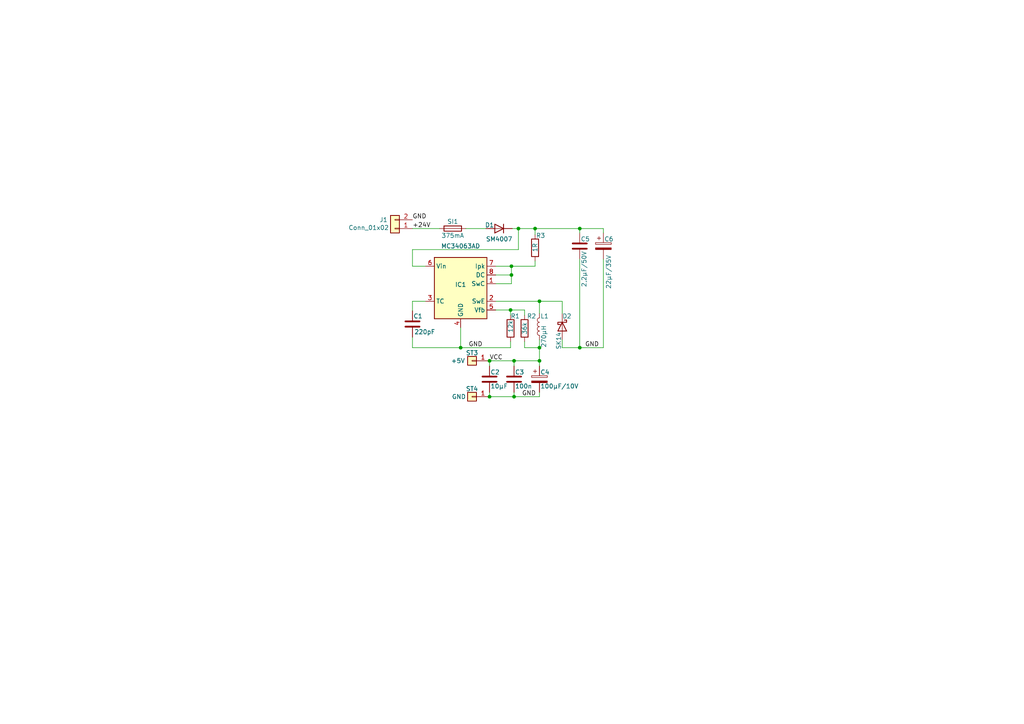
<source format=kicad_sch>
(kicad_sch (version 20211123) (generator eeschema)

  (uuid 9cf22176-de84-46f7-958e-77da447cb768)

  (paper "A4")

  (lib_symbols
    (symbol "Connector_Generic:Conn_01x01" (pin_names (offset 1.016) hide) (in_bom yes) (on_board yes)
      (property "Reference" "J" (id 0) (at 0 2.54 0)
        (effects (font (size 1.27 1.27)))
      )
      (property "Value" "Conn_01x01" (id 1) (at 0 -2.54 0)
        (effects (font (size 1.27 1.27)))
      )
      (property "Footprint" "" (id 2) (at 0 0 0)
        (effects (font (size 1.27 1.27)) hide)
      )
      (property "Datasheet" "~" (id 3) (at 0 0 0)
        (effects (font (size 1.27 1.27)) hide)
      )
      (property "ki_keywords" "connector" (id 4) (at 0 0 0)
        (effects (font (size 1.27 1.27)) hide)
      )
      (property "ki_description" "Generic connector, single row, 01x01, script generated (kicad-library-utils/schlib/autogen/connector/)" (id 5) (at 0 0 0)
        (effects (font (size 1.27 1.27)) hide)
      )
      (property "ki_fp_filters" "Connector*:*_1x??_*" (id 6) (at 0 0 0)
        (effects (font (size 1.27 1.27)) hide)
      )
      (symbol "Conn_01x01_1_1"
        (rectangle (start -1.27 0.127) (end 0 -0.127)
          (stroke (width 0.1524) (type default) (color 0 0 0 0))
          (fill (type none))
        )
        (rectangle (start -1.27 1.27) (end 1.27 -1.27)
          (stroke (width 0.254) (type default) (color 0 0 0 0))
          (fill (type background))
        )
        (pin passive line (at -5.08 0 0) (length 3.81)
          (name "Pin_1" (effects (font (size 1.27 1.27))))
          (number "1" (effects (font (size 1.27 1.27))))
        )
      )
    )
    (symbol "Connector_Generic:Conn_01x02" (pin_names (offset 1.016) hide) (in_bom yes) (on_board yes)
      (property "Reference" "J" (id 0) (at 0 2.54 0)
        (effects (font (size 1.27 1.27)))
      )
      (property "Value" "Conn_01x02" (id 1) (at 0 -5.08 0)
        (effects (font (size 1.27 1.27)))
      )
      (property "Footprint" "" (id 2) (at 0 0 0)
        (effects (font (size 1.27 1.27)) hide)
      )
      (property "Datasheet" "~" (id 3) (at 0 0 0)
        (effects (font (size 1.27 1.27)) hide)
      )
      (property "ki_keywords" "connector" (id 4) (at 0 0 0)
        (effects (font (size 1.27 1.27)) hide)
      )
      (property "ki_description" "Generic connector, single row, 01x02, script generated (kicad-library-utils/schlib/autogen/connector/)" (id 5) (at 0 0 0)
        (effects (font (size 1.27 1.27)) hide)
      )
      (property "ki_fp_filters" "Connector*:*_1x??_*" (id 6) (at 0 0 0)
        (effects (font (size 1.27 1.27)) hide)
      )
      (symbol "Conn_01x02_1_1"
        (rectangle (start -1.27 -2.413) (end 0 -2.667)
          (stroke (width 0.1524) (type default) (color 0 0 0 0))
          (fill (type none))
        )
        (rectangle (start -1.27 0.127) (end 0 -0.127)
          (stroke (width 0.1524) (type default) (color 0 0 0 0))
          (fill (type none))
        )
        (rectangle (start -1.27 1.27) (end 1.27 -3.81)
          (stroke (width 0.254) (type default) (color 0 0 0 0))
          (fill (type background))
        )
        (pin passive line (at -5.08 0 0) (length 3.81)
          (name "Pin_1" (effects (font (size 1.27 1.27))))
          (number "1" (effects (font (size 1.27 1.27))))
        )
        (pin passive line (at -5.08 -2.54 0) (length 3.81)
          (name "Pin_2" (effects (font (size 1.27 1.27))))
          (number "2" (effects (font (size 1.27 1.27))))
        )
      )
    )
    (symbol "Device:C" (pin_numbers hide) (pin_names (offset 0.254)) (in_bom yes) (on_board yes)
      (property "Reference" "C" (id 0) (at 0.635 2.54 0)
        (effects (font (size 1.27 1.27)) (justify left))
      )
      (property "Value" "C" (id 1) (at 0.635 -2.54 0)
        (effects (font (size 1.27 1.27)) (justify left))
      )
      (property "Footprint" "" (id 2) (at 0.9652 -3.81 0)
        (effects (font (size 1.27 1.27)) hide)
      )
      (property "Datasheet" "~" (id 3) (at 0 0 0)
        (effects (font (size 1.27 1.27)) hide)
      )
      (property "ki_keywords" "cap capacitor" (id 4) (at 0 0 0)
        (effects (font (size 1.27 1.27)) hide)
      )
      (property "ki_description" "Unpolarized capacitor" (id 5) (at 0 0 0)
        (effects (font (size 1.27 1.27)) hide)
      )
      (property "ki_fp_filters" "C_*" (id 6) (at 0 0 0)
        (effects (font (size 1.27 1.27)) hide)
      )
      (symbol "C_0_1"
        (polyline
          (pts
            (xy -2.032 -0.762)
            (xy 2.032 -0.762)
          )
          (stroke (width 0.508) (type default) (color 0 0 0 0))
          (fill (type none))
        )
        (polyline
          (pts
            (xy -2.032 0.762)
            (xy 2.032 0.762)
          )
          (stroke (width 0.508) (type default) (color 0 0 0 0))
          (fill (type none))
        )
      )
      (symbol "C_1_1"
        (pin passive line (at 0 3.81 270) (length 2.794)
          (name "~" (effects (font (size 1.27 1.27))))
          (number "1" (effects (font (size 1.27 1.27))))
        )
        (pin passive line (at 0 -3.81 90) (length 2.794)
          (name "~" (effects (font (size 1.27 1.27))))
          (number "2" (effects (font (size 1.27 1.27))))
        )
      )
    )
    (symbol "Device:C_Polarized" (pin_numbers hide) (pin_names (offset 0.254)) (in_bom yes) (on_board yes)
      (property "Reference" "C" (id 0) (at 0.635 2.54 0)
        (effects (font (size 1.27 1.27)) (justify left))
      )
      (property "Value" "C_Polarized" (id 1) (at 0.635 -2.54 0)
        (effects (font (size 1.27 1.27)) (justify left))
      )
      (property "Footprint" "" (id 2) (at 0.9652 -3.81 0)
        (effects (font (size 1.27 1.27)) hide)
      )
      (property "Datasheet" "~" (id 3) (at 0 0 0)
        (effects (font (size 1.27 1.27)) hide)
      )
      (property "ki_keywords" "cap capacitor" (id 4) (at 0 0 0)
        (effects (font (size 1.27 1.27)) hide)
      )
      (property "ki_description" "Polarized capacitor" (id 5) (at 0 0 0)
        (effects (font (size 1.27 1.27)) hide)
      )
      (property "ki_fp_filters" "CP_*" (id 6) (at 0 0 0)
        (effects (font (size 1.27 1.27)) hide)
      )
      (symbol "C_Polarized_0_1"
        (rectangle (start -2.286 0.508) (end 2.286 1.016)
          (stroke (width 0) (type default) (color 0 0 0 0))
          (fill (type none))
        )
        (polyline
          (pts
            (xy -1.778 2.286)
            (xy -0.762 2.286)
          )
          (stroke (width 0) (type default) (color 0 0 0 0))
          (fill (type none))
        )
        (polyline
          (pts
            (xy -1.27 2.794)
            (xy -1.27 1.778)
          )
          (stroke (width 0) (type default) (color 0 0 0 0))
          (fill (type none))
        )
        (rectangle (start 2.286 -0.508) (end -2.286 -1.016)
          (stroke (width 0) (type default) (color 0 0 0 0))
          (fill (type outline))
        )
      )
      (symbol "C_Polarized_1_1"
        (pin passive line (at 0 3.81 270) (length 2.794)
          (name "~" (effects (font (size 1.27 1.27))))
          (number "1" (effects (font (size 1.27 1.27))))
        )
        (pin passive line (at 0 -3.81 90) (length 2.794)
          (name "~" (effects (font (size 1.27 1.27))))
          (number "2" (effects (font (size 1.27 1.27))))
        )
      )
    )
    (symbol "Device:Fuse" (pin_numbers hide) (pin_names (offset 0)) (in_bom yes) (on_board yes)
      (property "Reference" "F" (id 0) (at 2.032 0 90)
        (effects (font (size 1.27 1.27)))
      )
      (property "Value" "Fuse" (id 1) (at -1.905 0 90)
        (effects (font (size 1.27 1.27)))
      )
      (property "Footprint" "" (id 2) (at -1.778 0 90)
        (effects (font (size 1.27 1.27)) hide)
      )
      (property "Datasheet" "~" (id 3) (at 0 0 0)
        (effects (font (size 1.27 1.27)) hide)
      )
      (property "ki_keywords" "fuse" (id 4) (at 0 0 0)
        (effects (font (size 1.27 1.27)) hide)
      )
      (property "ki_description" "Fuse" (id 5) (at 0 0 0)
        (effects (font (size 1.27 1.27)) hide)
      )
      (property "ki_fp_filters" "*Fuse*" (id 6) (at 0 0 0)
        (effects (font (size 1.27 1.27)) hide)
      )
      (symbol "Fuse_0_1"
        (rectangle (start -0.762 -2.54) (end 0.762 2.54)
          (stroke (width 0.254) (type default) (color 0 0 0 0))
          (fill (type none))
        )
        (polyline
          (pts
            (xy 0 2.54)
            (xy 0 -2.54)
          )
          (stroke (width 0) (type default) (color 0 0 0 0))
          (fill (type none))
        )
      )
      (symbol "Fuse_1_1"
        (pin passive line (at 0 3.81 270) (length 1.27)
          (name "~" (effects (font (size 1.27 1.27))))
          (number "1" (effects (font (size 1.27 1.27))))
        )
        (pin passive line (at 0 -3.81 90) (length 1.27)
          (name "~" (effects (font (size 1.27 1.27))))
          (number "2" (effects (font (size 1.27 1.27))))
        )
      )
    )
    (symbol "Device:L" (pin_numbers hide) (pin_names (offset 1.016) hide) (in_bom yes) (on_board yes)
      (property "Reference" "L" (id 0) (at -1.27 0 90)
        (effects (font (size 1.27 1.27)))
      )
      (property "Value" "L" (id 1) (at 1.905 0 90)
        (effects (font (size 1.27 1.27)))
      )
      (property "Footprint" "" (id 2) (at 0 0 0)
        (effects (font (size 1.27 1.27)) hide)
      )
      (property "Datasheet" "~" (id 3) (at 0 0 0)
        (effects (font (size 1.27 1.27)) hide)
      )
      (property "ki_keywords" "inductor choke coil reactor magnetic" (id 4) (at 0 0 0)
        (effects (font (size 1.27 1.27)) hide)
      )
      (property "ki_description" "Inductor" (id 5) (at 0 0 0)
        (effects (font (size 1.27 1.27)) hide)
      )
      (property "ki_fp_filters" "Choke_* *Coil* Inductor_* L_*" (id 6) (at 0 0 0)
        (effects (font (size 1.27 1.27)) hide)
      )
      (symbol "L_0_1"
        (arc (start 0 -2.54) (mid 0.635 -1.905) (end 0 -1.27)
          (stroke (width 0) (type default) (color 0 0 0 0))
          (fill (type none))
        )
        (arc (start 0 -1.27) (mid 0.635 -0.635) (end 0 0)
          (stroke (width 0) (type default) (color 0 0 0 0))
          (fill (type none))
        )
        (arc (start 0 0) (mid 0.635 0.635) (end 0 1.27)
          (stroke (width 0) (type default) (color 0 0 0 0))
          (fill (type none))
        )
        (arc (start 0 1.27) (mid 0.635 1.905) (end 0 2.54)
          (stroke (width 0) (type default) (color 0 0 0 0))
          (fill (type none))
        )
      )
      (symbol "L_1_1"
        (pin passive line (at 0 3.81 270) (length 1.27)
          (name "1" (effects (font (size 1.27 1.27))))
          (number "1" (effects (font (size 1.27 1.27))))
        )
        (pin passive line (at 0 -3.81 90) (length 1.27)
          (name "2" (effects (font (size 1.27 1.27))))
          (number "2" (effects (font (size 1.27 1.27))))
        )
      )
    )
    (symbol "Device:R" (pin_numbers hide) (pin_names (offset 0)) (in_bom yes) (on_board yes)
      (property "Reference" "R" (id 0) (at 2.032 0 90)
        (effects (font (size 1.27 1.27)))
      )
      (property "Value" "R" (id 1) (at 0 0 90)
        (effects (font (size 1.27 1.27)))
      )
      (property "Footprint" "" (id 2) (at -1.778 0 90)
        (effects (font (size 1.27 1.27)) hide)
      )
      (property "Datasheet" "~" (id 3) (at 0 0 0)
        (effects (font (size 1.27 1.27)) hide)
      )
      (property "ki_keywords" "R res resistor" (id 4) (at 0 0 0)
        (effects (font (size 1.27 1.27)) hide)
      )
      (property "ki_description" "Resistor" (id 5) (at 0 0 0)
        (effects (font (size 1.27 1.27)) hide)
      )
      (property "ki_fp_filters" "R_*" (id 6) (at 0 0 0)
        (effects (font (size 1.27 1.27)) hide)
      )
      (symbol "R_0_1"
        (rectangle (start -1.016 -2.54) (end 1.016 2.54)
          (stroke (width 0.254) (type default) (color 0 0 0 0))
          (fill (type none))
        )
      )
      (symbol "R_1_1"
        (pin passive line (at 0 3.81 270) (length 1.27)
          (name "~" (effects (font (size 1.27 1.27))))
          (number "1" (effects (font (size 1.27 1.27))))
        )
        (pin passive line (at 0 -3.81 90) (length 1.27)
          (name "~" (effects (font (size 1.27 1.27))))
          (number "2" (effects (font (size 1.27 1.27))))
        )
      )
    )
    (symbol "Diode:SB140" (pin_numbers hide) (pin_names (offset 1.016) hide) (in_bom yes) (on_board yes)
      (property "Reference" "D" (id 0) (at 0 2.54 0)
        (effects (font (size 1.27 1.27)))
      )
      (property "Value" "SB140" (id 1) (at 0 -2.54 0)
        (effects (font (size 1.27 1.27)))
      )
      (property "Footprint" "Diode_THT:D_DO-41_SOD81_P10.16mm_Horizontal" (id 2) (at 0 -4.445 0)
        (effects (font (size 1.27 1.27)) hide)
      )
      (property "Datasheet" "http://www.diodes.com/_files/datasheets/ds23022.pdf" (id 3) (at 0 0 0)
        (effects (font (size 1.27 1.27)) hide)
      )
      (property "ki_keywords" "diode Schottky" (id 4) (at 0 0 0)
        (effects (font (size 1.27 1.27)) hide)
      )
      (property "ki_description" "40V 1A Schottky Barrier Rectifier Diode, DO-41" (id 5) (at 0 0 0)
        (effects (font (size 1.27 1.27)) hide)
      )
      (property "ki_fp_filters" "D*DO?41*" (id 6) (at 0 0 0)
        (effects (font (size 1.27 1.27)) hide)
      )
      (symbol "SB140_0_1"
        (polyline
          (pts
            (xy 1.27 0)
            (xy -1.27 0)
          )
          (stroke (width 0) (type default) (color 0 0 0 0))
          (fill (type none))
        )
        (polyline
          (pts
            (xy 1.27 1.27)
            (xy 1.27 -1.27)
            (xy -1.27 0)
            (xy 1.27 1.27)
          )
          (stroke (width 0.254) (type default) (color 0 0 0 0))
          (fill (type none))
        )
        (polyline
          (pts
            (xy -1.905 0.635)
            (xy -1.905 1.27)
            (xy -1.27 1.27)
            (xy -1.27 -1.27)
            (xy -0.635 -1.27)
            (xy -0.635 -0.635)
          )
          (stroke (width 0.254) (type default) (color 0 0 0 0))
          (fill (type none))
        )
      )
      (symbol "SB140_1_1"
        (pin passive line (at -3.81 0 0) (length 2.54)
          (name "K" (effects (font (size 1.27 1.27))))
          (number "1" (effects (font (size 1.27 1.27))))
        )
        (pin passive line (at 3.81 0 180) (length 2.54)
          (name "A" (effects (font (size 1.27 1.27))))
          (number "2" (effects (font (size 1.27 1.27))))
        )
      )
    )
    (symbol "Diode:SM4007" (pin_numbers hide) (pin_names (offset 1.016) hide) (in_bom yes) (on_board yes)
      (property "Reference" "D" (id 0) (at 0 2.54 0)
        (effects (font (size 1.27 1.27)))
      )
      (property "Value" "SM4007" (id 1) (at 0 -2.54 0)
        (effects (font (size 1.27 1.27)))
      )
      (property "Footprint" "Diode_SMD:D_MELF" (id 2) (at 0 -4.445 0)
        (effects (font (size 1.27 1.27)) hide)
      )
      (property "Datasheet" "http://cdn-reichelt.de/documents/datenblatt/A400/SMD1N400%23DIO.pdf" (id 3) (at 0 0 0)
        (effects (font (size 1.27 1.27)) hide)
      )
      (property "ki_keywords" "diode" (id 4) (at 0 0 0)
        (effects (font (size 1.27 1.27)) hide)
      )
      (property "ki_description" "1000V 1A General Purpose Rectifier Diode, MELF" (id 5) (at 0 0 0)
        (effects (font (size 1.27 1.27)) hide)
      )
      (property "ki_fp_filters" "D*MELF*" (id 6) (at 0 0 0)
        (effects (font (size 1.27 1.27)) hide)
      )
      (symbol "SM4007_0_1"
        (polyline
          (pts
            (xy -1.27 1.27)
            (xy -1.27 -1.27)
          )
          (stroke (width 0.254) (type default) (color 0 0 0 0))
          (fill (type none))
        )
        (polyline
          (pts
            (xy 1.27 0)
            (xy -1.27 0)
          )
          (stroke (width 0) (type default) (color 0 0 0 0))
          (fill (type none))
        )
        (polyline
          (pts
            (xy 1.27 1.27)
            (xy 1.27 -1.27)
            (xy -1.27 0)
            (xy 1.27 1.27)
          )
          (stroke (width 0.254) (type default) (color 0 0 0 0))
          (fill (type none))
        )
      )
      (symbol "SM4007_1_1"
        (pin passive line (at -3.81 0 0) (length 2.54)
          (name "K" (effects (font (size 1.27 1.27))))
          (number "1" (effects (font (size 1.27 1.27))))
        )
        (pin passive line (at 3.81 0 180) (length 2.54)
          (name "A" (effects (font (size 1.27 1.27))))
          (number "2" (effects (font (size 1.27 1.27))))
        )
      )
    )
    (symbol "Regulator_Switching:MC34063AD" (in_bom yes) (on_board yes)
      (property "Reference" "U" (id 0) (at -7.62 8.89 0)
        (effects (font (size 1.27 1.27)) (justify left))
      )
      (property "Value" "MC34063AD" (id 1) (at 0 8.89 0)
        (effects (font (size 1.27 1.27)) (justify left))
      )
      (property "Footprint" "Package_SO:SOIC-8_3.9x4.9mm_P1.27mm" (id 2) (at 1.27 -11.43 0)
        (effects (font (size 1.27 1.27)) (justify left) hide)
      )
      (property "Datasheet" "http://www.onsemi.com/pub_link/Collateral/MC34063A-D.PDF" (id 3) (at 12.7 -2.54 0)
        (effects (font (size 1.27 1.27)) hide)
      )
      (property "ki_keywords" "smps buck boost inverting" (id 4) (at 0 0 0)
        (effects (font (size 1.27 1.27)) hide)
      )
      (property "ki_description" "1.5A, step-up/down/inverting switching regulator, 3-40V Vin, 100kHz, SO-8" (id 5) (at 0 0 0)
        (effects (font (size 1.27 1.27)) hide)
      )
      (property "ki_fp_filters" "SOIC*3.9x4.9mm*P1.27mm*" (id 6) (at 0 0 0)
        (effects (font (size 1.27 1.27)) hide)
      )
      (symbol "MC34063AD_0_1"
        (rectangle (start -7.62 7.62) (end 7.62 -10.16)
          (stroke (width 0.254) (type default) (color 0 0 0 0))
          (fill (type background))
        )
      )
      (symbol "MC34063AD_1_1"
        (pin open_collector line (at 10.16 0 180) (length 2.54)
          (name "SwC" (effects (font (size 1.27 1.27))))
          (number "1" (effects (font (size 1.27 1.27))))
        )
        (pin open_emitter line (at 10.16 -5.08 180) (length 2.54)
          (name "SwE" (effects (font (size 1.27 1.27))))
          (number "2" (effects (font (size 1.27 1.27))))
        )
        (pin passive line (at -10.16 -5.08 0) (length 2.54)
          (name "TC" (effects (font (size 1.27 1.27))))
          (number "3" (effects (font (size 1.27 1.27))))
        )
        (pin power_in line (at 0 -12.7 90) (length 2.54)
          (name "GND" (effects (font (size 1.27 1.27))))
          (number "4" (effects (font (size 1.27 1.27))))
        )
        (pin input line (at 10.16 -7.62 180) (length 2.54)
          (name "Vfb" (effects (font (size 1.27 1.27))))
          (number "5" (effects (font (size 1.27 1.27))))
        )
        (pin power_in line (at -10.16 5.08 0) (length 2.54)
          (name "Vin" (effects (font (size 1.27 1.27))))
          (number "6" (effects (font (size 1.27 1.27))))
        )
        (pin input line (at 10.16 5.08 180) (length 2.54)
          (name "Ipk" (effects (font (size 1.27 1.27))))
          (number "7" (effects (font (size 1.27 1.27))))
        )
        (pin open_collector line (at 10.16 2.54 180) (length 2.54)
          (name "DC" (effects (font (size 1.27 1.27))))
          (number "8" (effects (font (size 1.27 1.27))))
        )
      )
    )
  )

  (junction (at 168.148 66.294) (diameter 0) (color 0 0 0 0)
    (uuid 10eeb596-dd15-4085-8c14-2b54d02b2044)
  )
  (junction (at 156.464 87.376) (diameter 0) (color 0 0 0 0)
    (uuid 1b24a3c9-bba2-4ee4-9e54-c53ce5200320)
  )
  (junction (at 149.098 115.062) (diameter 0) (color 0 0 0 0)
    (uuid 1f82d1a0-4b3d-473c-a601-90c1a8dda65e)
  )
  (junction (at 149.098 104.648) (diameter 0) (color 0 0 0 0)
    (uuid 2f2715d3-08c6-413f-b3b0-8b32fc122a29)
  )
  (junction (at 156.464 100.838) (diameter 0) (color 0 0 0 0)
    (uuid 349b95be-60a4-427e-bab1-6d67268b1e17)
  )
  (junction (at 168.148 100.838) (diameter 0) (color 0 0 0 0)
    (uuid 363f1223-848c-461f-bfe3-2326ad2f9637)
  )
  (junction (at 141.986 104.648) (diameter 0) (color 0 0 0 0)
    (uuid 3699edd0-317a-4f47-b8c2-3b777270cda7)
  )
  (junction (at 141.986 115.062) (diameter 0) (color 0 0 0 0)
    (uuid 38d1317b-9210-4a88-9076-55463e6a6231)
  )
  (junction (at 156.464 104.648) (diameter 0) (color 0 0 0 0)
    (uuid 636cb476-0de6-49a1-b543-70d9573d98c3)
  )
  (junction (at 148.336 79.756) (diameter 0) (color 0 0 0 0)
    (uuid 872a5f20-8fb1-4b39-9aad-d1a3fa85329b)
  )
  (junction (at 150.368 66.294) (diameter 0) (color 0 0 0 0)
    (uuid 873655fe-01af-4ecb-b43f-55a3e45384a7)
  )
  (junction (at 133.604 100.838) (diameter 0) (color 0 0 0 0)
    (uuid 87bbc2ab-2f60-4574-9266-efb6c1a2313e)
  )
  (junction (at 148.336 77.216) (diameter 0) (color 0 0 0 0)
    (uuid aa99b201-1871-42b7-a267-08603709c608)
  )
  (junction (at 155.194 66.294) (diameter 0) (color 0 0 0 0)
    (uuid b85081bf-25bd-4a82-b5f1-96b0fee6472e)
  )
  (junction (at 148.082 89.916) (diameter 0) (color 0 0 0 0)
    (uuid c0323610-7f61-4c69-a592-4c269b888589)
  )

  (wire (pts (xy 143.764 89.916) (xy 148.082 89.916))
    (stroke (width 0) (type default) (color 0 0 0 0))
    (uuid 01defa98-0fec-41ec-9e21-d73b6b114f24)
  )
  (wire (pts (xy 123.444 77.216) (xy 119.634 77.216))
    (stroke (width 0) (type default) (color 0 0 0 0))
    (uuid 0a96c66a-83c8-4454-b5fb-e5140c577bfa)
  )
  (wire (pts (xy 141.986 106.172) (xy 141.986 104.648))
    (stroke (width 0) (type default) (color 0 0 0 0))
    (uuid 0e3cd472-6429-4813-950c-e2c378503b61)
  )
  (wire (pts (xy 150.368 66.294) (xy 150.368 72.39))
    (stroke (width 0) (type default) (color 0 0 0 0))
    (uuid 12486c5f-eac2-44d7-8c00-eac9aef0972a)
  )
  (wire (pts (xy 148.59 66.294) (xy 150.368 66.294))
    (stroke (width 0) (type default) (color 0 0 0 0))
    (uuid 16a2d454-b700-46eb-a2d9-8b6646ecc96c)
  )
  (wire (pts (xy 155.194 66.294) (xy 155.194 68.072))
    (stroke (width 0) (type default) (color 0 0 0 0))
    (uuid 1aa59765-5801-4f7a-a1f1-954e69676b72)
  )
  (wire (pts (xy 119.634 72.39) (xy 119.634 77.216))
    (stroke (width 0) (type default) (color 0 0 0 0))
    (uuid 1ca1af56-abce-4f18-b63c-c42ff4b53d05)
  )
  (wire (pts (xy 148.336 82.296) (xy 143.764 82.296))
    (stroke (width 0) (type default) (color 0 0 0 0))
    (uuid 1de9bf7f-daf1-47b4-9daa-aaf1bcfea45b)
  )
  (wire (pts (xy 148.082 99.06) (xy 148.082 100.838))
    (stroke (width 0) (type default) (color 0 0 0 0))
    (uuid 20bf0747-a5a0-4e7a-88f5-9426d472ebb0)
  )
  (wire (pts (xy 143.764 79.756) (xy 148.336 79.756))
    (stroke (width 0) (type default) (color 0 0 0 0))
    (uuid 245322b4-187a-4eea-bad3-fa9a8a6dad71)
  )
  (wire (pts (xy 148.082 89.916) (xy 148.082 91.44))
    (stroke (width 0) (type default) (color 0 0 0 0))
    (uuid 27cb0fbe-46c4-4a45-9233-de781d5bb5a7)
  )
  (wire (pts (xy 163.068 98.552) (xy 163.068 100.838))
    (stroke (width 0) (type default) (color 0 0 0 0))
    (uuid 2de38b42-8625-44e9-b31a-c1921a2caa44)
  )
  (wire (pts (xy 150.368 72.39) (xy 119.634 72.39))
    (stroke (width 0) (type default) (color 0 0 0 0))
    (uuid 2fd0aec8-1435-4324-ba01-0e667dca9d17)
  )
  (wire (pts (xy 152.146 99.06) (xy 152.146 100.838))
    (stroke (width 0) (type default) (color 0 0 0 0))
    (uuid 31ad3b2e-d47a-40ce-ba3a-1cb1289af65a)
  )
  (wire (pts (xy 156.464 115.062) (xy 156.464 113.792))
    (stroke (width 0) (type default) (color 0 0 0 0))
    (uuid 3474eb7a-c1a2-4ed7-af35-723ed28c1447)
  )
  (wire (pts (xy 148.336 77.216) (xy 155.194 77.216))
    (stroke (width 0) (type default) (color 0 0 0 0))
    (uuid 52ce89ad-686d-4d73-9e5b-807ffce61e6d)
  )
  (wire (pts (xy 156.464 87.376) (xy 163.068 87.376))
    (stroke (width 0) (type default) (color 0 0 0 0))
    (uuid 539b8ab8-bd74-470c-9a6d-f89fec8c1ffb)
  )
  (wire (pts (xy 119.634 87.376) (xy 119.634 90.17))
    (stroke (width 0) (type default) (color 0 0 0 0))
    (uuid 5f0ab078-8c62-438a-9898-66b939d70be4)
  )
  (wire (pts (xy 135.128 66.294) (xy 140.97 66.294))
    (stroke (width 0) (type default) (color 0 0 0 0))
    (uuid 62662c42-d783-4dd6-ab74-e764f04844f1)
  )
  (wire (pts (xy 143.764 77.216) (xy 148.336 77.216))
    (stroke (width 0) (type default) (color 0 0 0 0))
    (uuid 66b4628b-1c5e-4a69-9457-2bbc274608f5)
  )
  (wire (pts (xy 150.368 66.294) (xy 155.194 66.294))
    (stroke (width 0) (type default) (color 0 0 0 0))
    (uuid 66ecfff2-5e11-4321-be6a-0ef0d0f93476)
  )
  (wire (pts (xy 133.604 94.996) (xy 133.604 100.838))
    (stroke (width 0) (type default) (color 0 0 0 0))
    (uuid 6f58d08d-172e-459c-941e-761d514a5956)
  )
  (wire (pts (xy 149.098 115.062) (xy 156.464 115.062))
    (stroke (width 0) (type default) (color 0 0 0 0))
    (uuid 7094851e-684b-4920-8071-d0550d3e2ac5)
  )
  (wire (pts (xy 175.006 100.838) (xy 168.148 100.838))
    (stroke (width 0) (type default) (color 0 0 0 0))
    (uuid 732dcfaf-69f0-4267-b043-d516a21d9f9b)
  )
  (wire (pts (xy 163.068 100.838) (xy 168.148 100.838))
    (stroke (width 0) (type default) (color 0 0 0 0))
    (uuid 747872da-859c-4735-8a4e-bd448a24d5b8)
  )
  (wire (pts (xy 141.986 104.648) (xy 149.098 104.648))
    (stroke (width 0) (type default) (color 0 0 0 0))
    (uuid 76733d9e-e7bb-4a70-9b6a-f3c2c440a716)
  )
  (wire (pts (xy 156.464 104.648) (xy 156.464 106.172))
    (stroke (width 0) (type default) (color 0 0 0 0))
    (uuid 7b09937d-1ce7-42cd-b700-992337bef38a)
  )
  (wire (pts (xy 119.634 100.838) (xy 119.634 97.79))
    (stroke (width 0) (type default) (color 0 0 0 0))
    (uuid 7c22ea12-e995-44eb-995a-54d7c6ad9eb1)
  )
  (wire (pts (xy 155.194 77.216) (xy 155.194 75.692))
    (stroke (width 0) (type default) (color 0 0 0 0))
    (uuid 8074ae66-1ef9-4459-b429-9fb603f5b936)
  )
  (wire (pts (xy 123.444 87.376) (xy 119.634 87.376))
    (stroke (width 0) (type default) (color 0 0 0 0))
    (uuid 8297fb42-1a25-4888-aea7-2a76a9730b3a)
  )
  (wire (pts (xy 148.336 77.216) (xy 148.336 79.756))
    (stroke (width 0) (type default) (color 0 0 0 0))
    (uuid 8320759b-8317-49f5-8f5a-cf7b86f338cc)
  )
  (wire (pts (xy 141.986 115.062) (xy 149.098 115.062))
    (stroke (width 0) (type default) (color 0 0 0 0))
    (uuid 879fe413-2686-4228-afda-c9385db044cd)
  )
  (wire (pts (xy 141.986 113.792) (xy 141.986 115.062))
    (stroke (width 0) (type default) (color 0 0 0 0))
    (uuid 87b6043d-4adc-44b7-a854-899008067ad3)
  )
  (wire (pts (xy 156.464 100.838) (xy 156.464 98.552))
    (stroke (width 0) (type default) (color 0 0 0 0))
    (uuid 8bc05e88-81af-4ba1-996f-2e261a0565e0)
  )
  (wire (pts (xy 148.336 79.756) (xy 148.336 82.296))
    (stroke (width 0) (type default) (color 0 0 0 0))
    (uuid 9a3cdf35-b00f-44e2-9f8f-42c5fa058db7)
  )
  (wire (pts (xy 175.006 67.564) (xy 175.006 66.294))
    (stroke (width 0) (type default) (color 0 0 0 0))
    (uuid 9f9abfa9-4a18-4ccc-8ebf-7b2ef80d5fb9)
  )
  (wire (pts (xy 143.764 87.376) (xy 156.464 87.376))
    (stroke (width 0) (type default) (color 0 0 0 0))
    (uuid a231d375-dc6b-44f5-bceb-df845286106f)
  )
  (wire (pts (xy 168.148 66.294) (xy 155.194 66.294))
    (stroke (width 0) (type default) (color 0 0 0 0))
    (uuid a82f2cd6-125e-4e40-991e-468ba92c4e42)
  )
  (wire (pts (xy 133.604 100.838) (xy 119.634 100.838))
    (stroke (width 0) (type default) (color 0 0 0 0))
    (uuid ac4f75bd-8876-4af7-8c42-c3fe00163df9)
  )
  (wire (pts (xy 152.146 91.44) (xy 152.146 89.916))
    (stroke (width 0) (type default) (color 0 0 0 0))
    (uuid b164f8a5-3dab-42b1-b07e-d903e9ffe28d)
  )
  (wire (pts (xy 133.604 100.838) (xy 148.082 100.838))
    (stroke (width 0) (type default) (color 0 0 0 0))
    (uuid b20286e1-3064-4889-9b85-a1e84b3469f5)
  )
  (wire (pts (xy 168.148 67.564) (xy 168.148 66.294))
    (stroke (width 0) (type default) (color 0 0 0 0))
    (uuid b33cd853-8771-4efb-8cf5-5b739229509a)
  )
  (wire (pts (xy 163.068 87.376) (xy 163.068 90.932))
    (stroke (width 0) (type default) (color 0 0 0 0))
    (uuid be875895-bdf8-49e1-a9de-f5eda0d6a65d)
  )
  (wire (pts (xy 175.006 66.294) (xy 168.148 66.294))
    (stroke (width 0) (type default) (color 0 0 0 0))
    (uuid cf9bdac8-24b5-4d32-a42c-a636d4470b09)
  )
  (wire (pts (xy 119.634 66.294) (xy 127.508 66.294))
    (stroke (width 0) (type default) (color 0 0 0 0))
    (uuid d5d3f41f-4870-42fc-9c49-2d86852f2a7b)
  )
  (wire (pts (xy 149.098 106.172) (xy 149.098 104.648))
    (stroke (width 0) (type default) (color 0 0 0 0))
    (uuid ded4084f-feb4-420f-b7e0-039706eb5eab)
  )
  (wire (pts (xy 149.098 104.648) (xy 156.464 104.648))
    (stroke (width 0) (type default) (color 0 0 0 0))
    (uuid e9028790-914b-4638-a6fe-38d4798ab47b)
  )
  (wire (pts (xy 152.146 89.916) (xy 148.082 89.916))
    (stroke (width 0) (type default) (color 0 0 0 0))
    (uuid eb6d838c-8fca-4d6f-8f8e-4400f9c1836f)
  )
  (wire (pts (xy 156.464 100.838) (xy 156.464 104.648))
    (stroke (width 0) (type default) (color 0 0 0 0))
    (uuid f060637d-c99d-4fdc-a7d1-0f14333d3b77)
  )
  (wire (pts (xy 175.006 75.184) (xy 175.006 100.838))
    (stroke (width 0) (type default) (color 0 0 0 0))
    (uuid f1b7807d-2022-4209-aa96-fc4cd67f668f)
  )
  (wire (pts (xy 156.464 87.376) (xy 156.464 90.932))
    (stroke (width 0) (type default) (color 0 0 0 0))
    (uuid f6c5c133-d14a-46e2-aef9-cfe394bc3f71)
  )
  (wire (pts (xy 149.098 115.062) (xy 149.098 113.792))
    (stroke (width 0) (type default) (color 0 0 0 0))
    (uuid f99b505f-8fdb-45a4-90d3-8f5ba31c7486)
  )
  (wire (pts (xy 152.146 100.838) (xy 156.464 100.838))
    (stroke (width 0) (type default) (color 0 0 0 0))
    (uuid fbe56547-8fef-460f-8bbf-ffa871150485)
  )
  (wire (pts (xy 168.148 75.184) (xy 168.148 100.838))
    (stroke (width 0) (type default) (color 0 0 0 0))
    (uuid fd5a668c-4056-49e6-aeed-1e697509bc8b)
  )

  (label "GND" (at 135.89 100.838 0)
    (effects (font (size 1.27 1.27)) (justify left bottom))
    (uuid 0e0ad7a2-da5f-45c2-bdd3-0019c7d52489)
  )
  (label "GND" (at 169.672 100.838 0)
    (effects (font (size 1.27 1.27)) (justify left bottom))
    (uuid 495345fe-f1bf-4b07-b04f-7c1bc1217766)
  )
  (label "GND" (at 151.384 115.062 0)
    (effects (font (size 1.27 1.27)) (justify left bottom))
    (uuid a92a3a7c-b680-4d4b-9748-29fddc60ae38)
  )
  (label "+24V" (at 119.634 66.294 0)
    (effects (font (size 1.27 1.27)) (justify left bottom))
    (uuid b04eba78-2694-4df3-8b60-c8b9d646a87e)
  )
  (label "VCC" (at 141.986 104.648 0)
    (effects (font (size 1.27 1.27)) (justify left bottom))
    (uuid c8366fed-7975-4e83-85f4-c57f8af3d69e)
  )
  (label "GND" (at 119.634 63.754 0)
    (effects (font (size 1.27 1.27)) (justify left bottom))
    (uuid e963b995-a481-452e-a0b5-254fda1e700e)
  )

  (symbol (lib_id "Device:C") (at 141.986 109.982 0) (unit 1)
    (in_bom yes) (on_board yes)
    (uuid 1e705890-6556-4ff7-bcdf-80f07b1ea54b)
    (property "Reference" "C2" (id 0) (at 142.24 107.95 0)
      (effects (font (size 1.27 1.27)) (justify left))
    )
    (property "Value" "10µF" (id 1) (at 142.24 112.014 0)
      (effects (font (size 1.27 1.27)) (justify left))
    )
    (property "Footprint" "Capacitor_SMD:C_1210_3225Metric_Pad1.33x2.70mm_HandSolder" (id 2) (at 142.9512 113.792 0)
      (effects (font (size 1.27 1.27)) hide)
    )
    (property "Datasheet" "~" (id 3) (at 141.986 109.982 0)
      (effects (font (size 1.27 1.27)) hide)
    )
    (pin "1" (uuid 4c8bf410-cf8f-4c0a-b31d-5c8ff4da45d0))
    (pin "2" (uuid c78d8f3e-ff7d-434e-b12c-459dc05a3104))
  )

  (symbol (lib_id "Device:C_Polarized") (at 175.006 71.374 0) (unit 1)
    (in_bom yes) (on_board yes)
    (uuid 38fe7383-bba3-4a58-90f2-29f4b1bd2d1f)
    (property "Reference" "C6" (id 0) (at 175.26 69.342 0)
      (effects (font (size 1.27 1.27)) (justify left))
    )
    (property "Value" "22µF/35V" (id 1) (at 176.53 83.82 90)
      (effects (font (size 1.27 1.27)) (justify left))
    )
    (property "Footprint" "Capacitor_SMD:CP_Elec_5x5.8" (id 2) (at 175.9712 75.184 0)
      (effects (font (size 1.27 1.27)) hide)
    )
    (property "Datasheet" "~" (id 3) (at 175.006 71.374 0)
      (effects (font (size 1.27 1.27)) hide)
    )
    (pin "1" (uuid 478e3dcf-5f2d-486f-81d5-45ac3e909880))
    (pin "2" (uuid 3b1d8633-bdef-4b37-890a-321cac2184f3))
  )

  (symbol (lib_id "Device:C") (at 119.634 93.98 0) (unit 1)
    (in_bom yes) (on_board yes)
    (uuid 40456172-4fbd-46a2-a822-ec794e7fb149)
    (property "Reference" "C1" (id 0) (at 119.888 91.694 0)
      (effects (font (size 1.27 1.27)) (justify left))
    )
    (property "Value" "220pF" (id 1) (at 120.142 96.266 0)
      (effects (font (size 1.27 1.27)) (justify left))
    )
    (property "Footprint" "Capacitor_SMD:C_0805_2012Metric_Pad1.18x1.45mm_HandSolder" (id 2) (at 120.5992 97.79 0)
      (effects (font (size 1.27 1.27)) hide)
    )
    (property "Datasheet" "~" (id 3) (at 119.634 93.98 0)
      (effects (font (size 1.27 1.27)) hide)
    )
    (pin "1" (uuid 11ba3234-2ad7-4c2c-9281-2199e7051fb1))
    (pin "2" (uuid aa3c7408-6e67-48cb-ba3e-d2e84c7fe304))
  )

  (symbol (lib_id "Device:L") (at 156.464 94.742 180) (unit 1)
    (in_bom yes) (on_board yes)
    (uuid 487688c3-a316-49cb-bec2-0db3ca65334a)
    (property "Reference" "L1" (id 0) (at 156.718 91.694 0)
      (effects (font (size 1.27 1.27)) (justify right))
    )
    (property "Value" "270µH" (id 1) (at 157.734 100.838 90)
      (effects (font (size 1.27 1.27)) (justify right))
    )
    (property "Footprint" "Inductor_SMD:L_Taiyo-Yuden_MD-4040" (id 2) (at 156.464 94.742 0)
      (effects (font (size 1.27 1.27)) hide)
    )
    (property "Datasheet" "~" (id 3) (at 156.464 94.742 0)
      (effects (font (size 1.27 1.27)) hide)
    )
    (pin "1" (uuid 86e55ca8-1031-4579-9059-e8a63358c3ca))
    (pin "2" (uuid 9bdaf787-f96f-4c7f-995e-d5ca4cbf53d4))
  )

  (symbol (lib_id "Regulator_Switching:MC34063AD") (at 133.604 82.296 0) (unit 1)
    (in_bom yes) (on_board yes)
    (uuid 49257211-bcb9-42cf-8a10-d4be53bb63e1)
    (property "Reference" "IC1" (id 0) (at 133.604 82.55 0))
    (property "Value" "MC34063AD" (id 1) (at 133.604 71.374 0))
    (property "Footprint" "Package_SO:SOIC-8_3.9x4.9mm_P1.27mm" (id 2) (at 134.874 93.726 0)
      (effects (font (size 1.27 1.27)) (justify left) hide)
    )
    (property "Datasheet" "http://www.onsemi.com/pub_link/Collateral/MC34063A-D.PDF" (id 3) (at 146.304 84.836 0)
      (effects (font (size 1.27 1.27)) hide)
    )
    (pin "1" (uuid acc89ca9-77ed-46da-9a44-5463340a6583))
    (pin "2" (uuid d402f4b3-3271-4a3b-9455-d4c698fe8dab))
    (pin "3" (uuid 5160164a-8099-41fd-b393-dc0b9e4253d1))
    (pin "4" (uuid 0982052d-a138-424e-a989-cf6d2c143347))
    (pin "5" (uuid 6e17e42f-727a-4f61-9f85-49f1af76eb91))
    (pin "6" (uuid 45feac64-f096-425e-8b97-c864379abb1c))
    (pin "7" (uuid 0df0ddf0-b194-4e00-8a5b-3535de783186))
    (pin "8" (uuid 5a41b23a-361a-489f-ab77-69fc2dcefcad))
  )

  (symbol (lib_id "Device:C") (at 168.148 71.374 0) (unit 1)
    (in_bom yes) (on_board yes)
    (uuid 539d21e9-05d4-4a65-8f1c-c7bd727793e0)
    (property "Reference" "C5" (id 0) (at 168.402 69.342 0)
      (effects (font (size 1.27 1.27)) (justify left))
    )
    (property "Value" "2,2µF/50V" (id 1) (at 169.418 83.312 90)
      (effects (font (size 1.27 1.27)) (justify left))
    )
    (property "Footprint" "Capacitor_SMD:C_1210_3225Metric_Pad1.33x2.70mm_HandSolder" (id 2) (at 169.1132 75.184 0)
      (effects (font (size 1.27 1.27)) hide)
    )
    (property "Datasheet" "~" (id 3) (at 168.148 71.374 0)
      (effects (font (size 1.27 1.27)) hide)
    )
    (pin "1" (uuid 6b364816-46f4-4238-a776-e03a72db9d39))
    (pin "2" (uuid 6a33f32e-b590-42e8-ae1a-56fc46ae0d35))
  )

  (symbol (lib_id "Device:Fuse") (at 131.318 66.294 90) (unit 1)
    (in_bom yes) (on_board yes)
    (uuid 5c5c760c-c19f-4d10-8d3b-1b0601385786)
    (property "Reference" "SI1" (id 0) (at 131.318 64.262 90))
    (property "Value" "375mA" (id 1) (at 131.318 68.326 90))
    (property "Footprint" "Fuse:FUSC6127X294N" (id 2) (at 131.318 68.072 90)
      (effects (font (size 1.27 1.27)) hide)
    )
    (property "Datasheet" "~" (id 3) (at 131.318 66.294 0)
      (effects (font (size 1.27 1.27)) hide)
    )
    (pin "1" (uuid 54f30ec9-f349-4262-9e8e-b96537608637))
    (pin "2" (uuid 47ac2635-8a4e-49d0-a4e8-183ca4e20a3f))
  )

  (symbol (lib_id "Connector_Generic:Conn_01x01") (at 136.906 104.648 180) (unit 1)
    (in_bom yes) (on_board yes)
    (uuid 6edca300-c392-45f2-9a41-fe9eb6271932)
    (property "Reference" "ST3" (id 0) (at 136.906 102.362 0))
    (property "Value" "+5V" (id 1) (at 132.842 104.648 0))
    (property "Footprint" "TestPoint:TestPoint_THTPad_2.0x2.0mm_Drill1.0mm" (id 2) (at 136.906 104.648 0)
      (effects (font (size 1.27 1.27)) hide)
    )
    (property "Datasheet" "~" (id 3) (at 136.906 104.648 0)
      (effects (font (size 1.27 1.27)) hide)
    )
    (pin "1" (uuid 94f4b2c3-f517-41bf-bd87-abb0cd23c357))
  )

  (symbol (lib_id "Diode:SM4007") (at 144.78 66.294 180) (unit 1)
    (in_bom yes) (on_board yes)
    (uuid 782a8423-92ab-4150-b86e-01d7ba549d92)
    (property "Reference" "D1" (id 0) (at 141.986 65.278 0))
    (property "Value" "SM4007" (id 1) (at 144.78 69.342 0))
    (property "Footprint" "Diode_SMD:D_MELF" (id 2) (at 144.78 61.849 0)
      (effects (font (size 1.27 1.27)) hide)
    )
    (property "Datasheet" "http://cdn-reichelt.de/documents/datenblatt/A400/SMD1N400%23DIO.pdf" (id 3) (at 144.78 66.294 0)
      (effects (font (size 1.27 1.27)) hide)
    )
    (pin "1" (uuid a043b6be-2993-4baa-b7f2-52e901b015cd))
    (pin "2" (uuid c2fcdd98-0d71-4502-8e70-5a0e0125c9f0))
  )

  (symbol (lib_id "Connector_Generic:Conn_01x02") (at 114.554 66.294 180) (unit 1)
    (in_bom yes) (on_board yes)
    (uuid 9303fa95-09a4-47b3-b27f-437de4eeea5b)
    (property "Reference" "J1" (id 0) (at 111.252 63.754 0))
    (property "Value" "Conn_01x02" (id 1) (at 106.934 66.04 0))
    (property "Footprint" "Connector_PinHeader_2.54mm:PinHeader_1x02_P2.54mm_Vertical" (id 2) (at 114.554 66.294 0)
      (effects (font (size 1.27 1.27)) hide)
    )
    (property "Datasheet" "~" (id 3) (at 114.554 66.294 0)
      (effects (font (size 1.27 1.27)) hide)
    )
    (pin "1" (uuid b6d48557-19ba-4437-95c6-42501a928ac4))
    (pin "2" (uuid ccfb89c9-62a6-42cd-9f6d-87d7e6efc585))
  )

  (symbol (lib_id "Device:C") (at 149.098 109.982 180) (unit 1)
    (in_bom yes) (on_board yes)
    (uuid 95d0399f-9f50-4aab-911f-7ba6b8f6ebaf)
    (property "Reference" "C3" (id 0) (at 149.352 107.95 0)
      (effects (font (size 1.27 1.27)) (justify right))
    )
    (property "Value" "100n" (id 1) (at 149.352 112.014 0)
      (effects (font (size 1.27 1.27)) (justify right))
    )
    (property "Footprint" "Capacitor_SMD:C_0805_2012Metric_Pad1.18x1.45mm_HandSolder" (id 2) (at 148.1328 106.172 0)
      (effects (font (size 1.27 1.27)) hide)
    )
    (property "Datasheet" "~" (id 3) (at 149.098 109.982 0)
      (effects (font (size 1.27 1.27)) hide)
    )
    (pin "1" (uuid d23146ce-0edd-49d0-8621-014b98d1fec5))
    (pin "2" (uuid f4d3c92d-55d2-4485-aada-dfb0dd0eff3e))
  )

  (symbol (lib_id "Device:R") (at 155.194 71.882 0) (unit 1)
    (in_bom yes) (on_board yes)
    (uuid a6428459-0e39-4e35-8e19-e2e7a6df2489)
    (property "Reference" "R3" (id 0) (at 155.448 68.326 0)
      (effects (font (size 1.27 1.27)) (justify left))
    )
    (property "Value" "1R" (id 1) (at 155.194 73.152 90)
      (effects (font (size 1.27 1.27)) (justify left))
    )
    (property "Footprint" "Resistor_SMD:R_0805_2012Metric_Pad1.20x1.40mm_HandSolder" (id 2) (at 153.416 71.882 90)
      (effects (font (size 1.27 1.27)) hide)
    )
    (property "Datasheet" "~" (id 3) (at 155.194 71.882 0)
      (effects (font (size 1.27 1.27)) hide)
    )
    (pin "1" (uuid 48cef571-610b-4187-88ea-540c35c15d98))
    (pin "2" (uuid 7a18d064-f7af-447a-a75a-68308d04db77))
  )

  (symbol (lib_id "Device:C_Polarized") (at 156.464 109.982 0) (unit 1)
    (in_bom yes) (on_board yes)
    (uuid b0ba610f-c7fb-4828-95df-431c91590e1f)
    (property "Reference" "C4" (id 0) (at 156.718 107.95 0)
      (effects (font (size 1.27 1.27)) (justify left))
    )
    (property "Value" "100µF/10V" (id 1) (at 156.718 112.014 0)
      (effects (font (size 1.27 1.27)) (justify left))
    )
    (property "Footprint" "Capacitor_Tantalum_SMD:CP_EIA-7343-20_Kemet-V_Pad2.25x2.55mm_HandSolder" (id 2) (at 157.4292 113.792 0)
      (effects (font (size 1.27 1.27)) hide)
    )
    (property "Datasheet" "~" (id 3) (at 156.464 109.982 0)
      (effects (font (size 1.27 1.27)) hide)
    )
    (pin "1" (uuid ca1a7ade-1036-4216-9272-4979ac3c51c4))
    (pin "2" (uuid 3c81ab05-c2ed-40f9-84df-ef513b033c9c))
  )

  (symbol (lib_id "Diode:SB140") (at 163.068 94.742 270) (unit 1)
    (in_bom yes) (on_board yes)
    (uuid b63b4ccd-a088-4419-ace5-787299bfbe24)
    (property "Reference" "D2" (id 0) (at 163.068 91.694 90)
      (effects (font (size 1.27 1.27)) (justify left))
    )
    (property "Value" "SK14" (id 1) (at 162.052 96.266 0)
      (effects (font (size 1.27 1.27)) (justify left))
    )
    (property "Footprint" "Diode_SMD:D_SMA_Handsoldering" (id 2) (at 158.623 94.742 0)
      (effects (font (size 1.27 1.27)) hide)
    )
    (property "Datasheet" "http://www.diodes.com/_files/datasheets/ds23022.pdf" (id 3) (at 163.068 94.742 0)
      (effects (font (size 1.27 1.27)) hide)
    )
    (pin "1" (uuid 21ba0055-fcff-45ec-9b31-d6af6ee94378))
    (pin "2" (uuid 89fb9992-02a6-4b93-8284-c9aa94ca0d22))
  )

  (symbol (lib_id "Connector_Generic:Conn_01x01") (at 136.906 115.062 180) (unit 1)
    (in_bom yes) (on_board yes)
    (uuid bb634adf-ff20-48b8-a318-a5c51d4f21c5)
    (property "Reference" "ST4" (id 0) (at 136.906 112.776 0))
    (property "Value" "GND" (id 1) (at 133.096 115.062 0))
    (property "Footprint" "TestPoint:TestPoint_THTPad_2.0x2.0mm_Drill1.0mm" (id 2) (at 136.906 115.062 0)
      (effects (font (size 1.27 1.27)) hide)
    )
    (property "Datasheet" "~" (id 3) (at 136.906 115.062 0)
      (effects (font (size 1.27 1.27)) hide)
    )
    (pin "1" (uuid 1d70d9bf-63d9-4430-856a-f849164c6196))
  )

  (symbol (lib_id "Device:R") (at 148.082 95.25 0) (unit 1)
    (in_bom yes) (on_board yes)
    (uuid bcd64443-43fa-4e74-9009-519e417ce2d3)
    (property "Reference" "R1" (id 0) (at 148.082 91.694 0)
      (effects (font (size 1.27 1.27)) (justify left))
    )
    (property "Value" "12k" (id 1) (at 148.082 96.52 90)
      (effects (font (size 1.27 1.27)) (justify left))
    )
    (property "Footprint" "Resistor_SMD:R_0805_2012Metric_Pad1.20x1.40mm_HandSolder" (id 2) (at 146.304 95.25 90)
      (effects (font (size 1.27 1.27)) hide)
    )
    (property "Datasheet" "~" (id 3) (at 148.082 95.25 0)
      (effects (font (size 1.27 1.27)) hide)
    )
    (pin "1" (uuid 97258933-17da-4857-be66-c238011c266a))
    (pin "2" (uuid 6a138dbf-9dc5-4684-a035-e9602ef13edf))
  )

  (symbol (lib_id "Device:R") (at 152.146 95.25 180) (unit 1)
    (in_bom yes) (on_board yes)
    (uuid fa7364f4-71a6-418e-a62a-4e544866105a)
    (property "Reference" "R2" (id 0) (at 154.178 91.694 0))
    (property "Value" "36k" (id 1) (at 152.146 95.25 90))
    (property "Footprint" "Resistor_SMD:R_0805_2012Metric_Pad1.20x1.40mm_HandSolder" (id 2) (at 153.924 95.25 90)
      (effects (font (size 1.27 1.27)) hide)
    )
    (property "Datasheet" "~" (id 3) (at 152.146 95.25 0)
      (effects (font (size 1.27 1.27)) hide)
    )
    (pin "1" (uuid 90258d2d-a6dd-4c34-873d-a1346027e9c2))
    (pin "2" (uuid ba4a6a49-414d-4e5e-9691-596128719301))
  )

  (sheet_instances
    (path "/" (page "1"))
  )

  (symbol_instances
    (path "/40456172-4fbd-46a2-a822-ec794e7fb149"
      (reference "C1") (unit 1) (value "220pF") (footprint "Capacitor_SMD:C_0805_2012Metric_Pad1.18x1.45mm_HandSolder")
    )
    (path "/1e705890-6556-4ff7-bcdf-80f07b1ea54b"
      (reference "C2") (unit 1) (value "10µF") (footprint "Capacitor_SMD:C_1210_3225Metric_Pad1.33x2.70mm_HandSolder")
    )
    (path "/95d0399f-9f50-4aab-911f-7ba6b8f6ebaf"
      (reference "C3") (unit 1) (value "100n") (footprint "Capacitor_SMD:C_0805_2012Metric_Pad1.18x1.45mm_HandSolder")
    )
    (path "/b0ba610f-c7fb-4828-95df-431c91590e1f"
      (reference "C4") (unit 1) (value "100µF/10V") (footprint "Capacitor_Tantalum_SMD:CP_EIA-7343-20_Kemet-V_Pad2.25x2.55mm_HandSolder")
    )
    (path "/539d21e9-05d4-4a65-8f1c-c7bd727793e0"
      (reference "C5") (unit 1) (value "2,2µF/50V") (footprint "Capacitor_SMD:C_1210_3225Metric_Pad1.33x2.70mm_HandSolder")
    )
    (path "/38fe7383-bba3-4a58-90f2-29f4b1bd2d1f"
      (reference "C6") (unit 1) (value "22µF/35V") (footprint "Capacitor_SMD:CP_Elec_5x5.8")
    )
    (path "/782a8423-92ab-4150-b86e-01d7ba549d92"
      (reference "D1") (unit 1) (value "SM4007") (footprint "Diode_SMD:D_MELF")
    )
    (path "/b63b4ccd-a088-4419-ace5-787299bfbe24"
      (reference "D2") (unit 1) (value "SK14") (footprint "Diode_SMD:D_SMA_Handsoldering")
    )
    (path "/49257211-bcb9-42cf-8a10-d4be53bb63e1"
      (reference "IC1") (unit 1) (value "MC34063AD") (footprint "Package_SO:SOIC-8_3.9x4.9mm_P1.27mm")
    )
    (path "/9303fa95-09a4-47b3-b27f-437de4eeea5b"
      (reference "J1") (unit 1) (value "Conn_01x02") (footprint "Connector_PinHeader_2.54mm:PinHeader_1x02_P2.54mm_Vertical")
    )
    (path "/487688c3-a316-49cb-bec2-0db3ca65334a"
      (reference "L1") (unit 1) (value "270µH") (footprint "Inductor_SMD:L_Taiyo-Yuden_MD-4040")
    )
    (path "/bcd64443-43fa-4e74-9009-519e417ce2d3"
      (reference "R1") (unit 1) (value "12k") (footprint "Resistor_SMD:R_0805_2012Metric_Pad1.20x1.40mm_HandSolder")
    )
    (path "/fa7364f4-71a6-418e-a62a-4e544866105a"
      (reference "R2") (unit 1) (value "36k") (footprint "Resistor_SMD:R_0805_2012Metric_Pad1.20x1.40mm_HandSolder")
    )
    (path "/a6428459-0e39-4e35-8e19-e2e7a6df2489"
      (reference "R3") (unit 1) (value "1R") (footprint "Resistor_SMD:R_0805_2012Metric_Pad1.20x1.40mm_HandSolder")
    )
    (path "/5c5c760c-c19f-4d10-8d3b-1b0601385786"
      (reference "SI1") (unit 1) (value "375mA") (footprint "Fuse:FUSC6127X294N")
    )
    (path "/6edca300-c392-45f2-9a41-fe9eb6271932"
      (reference "ST3") (unit 1) (value "+5V") (footprint "TestPoint:TestPoint_THTPad_2.0x2.0mm_Drill1.0mm")
    )
    (path "/bb634adf-ff20-48b8-a318-a5c51d4f21c5"
      (reference "ST4") (unit 1) (value "GND") (footprint "TestPoint:TestPoint_THTPad_2.0x2.0mm_Drill1.0mm")
    )
  )
)

</source>
